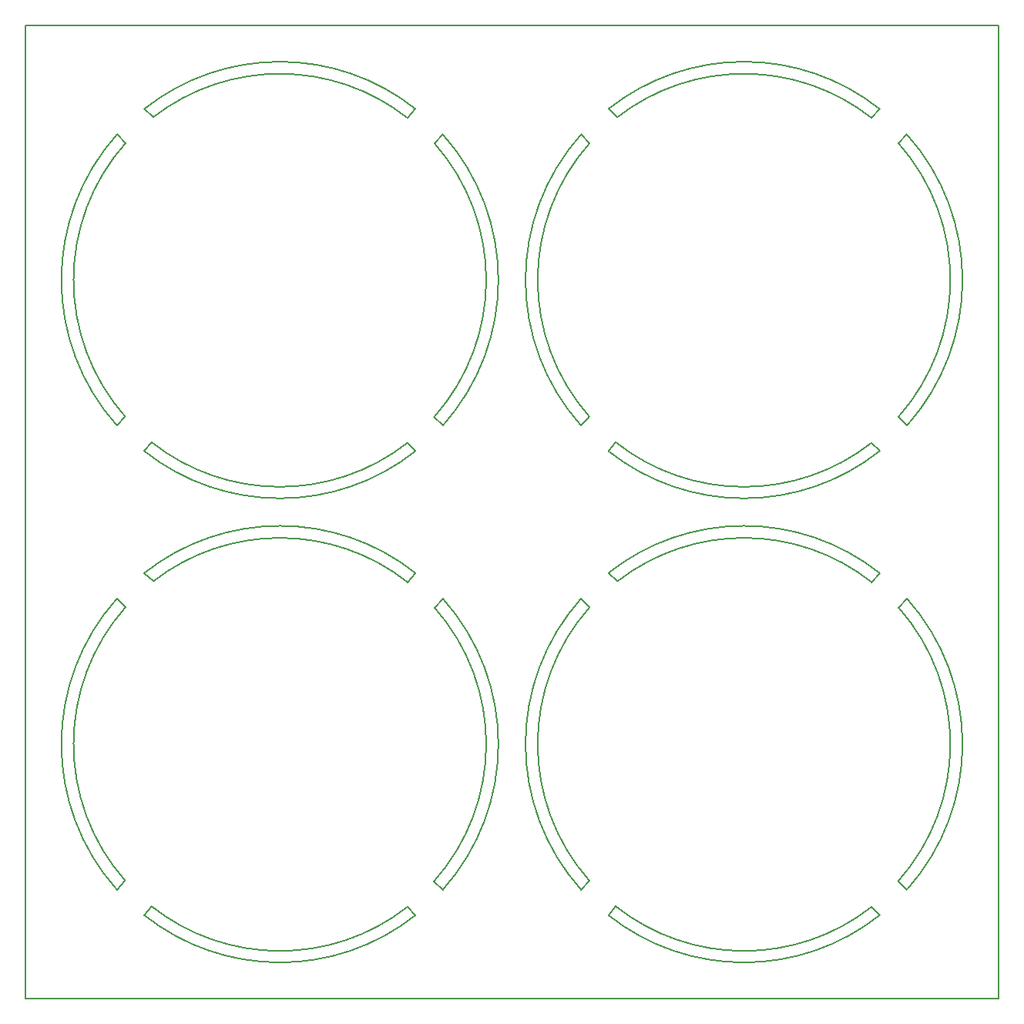
<source format=gm1>
G04 #@! TF.FileFunction,Profile,NP*
%FSLAX46Y46*%
G04 Gerber Fmt 4.6, Leading zero omitted, Abs format (unit mm)*
G04 Created by KiCad (PCBNEW 4.0.6+dfsg1-1) date Mon Jul  2 21:37:23 2018*
%MOMM*%
%LPD*%
G01*
G04 APERTURE LIST*
%ADD10C,0.100000*%
%ADD11C,0.150000*%
G04 APERTURE END LIST*
D10*
D11*
X140010643Y-103186469D02*
G75*
G03X112100000Y-103100000I-14010643J-17813531D01*
G01*
X140900000Y-102200000D02*
G75*
G03X111100000Y-102200000I-14900000J-18800000D01*
G01*
X111100000Y-102200000D02*
X112100000Y-103100000D01*
X140900000Y-102200000D02*
X140000000Y-103200000D01*
X142944941Y-136062170D02*
G75*
G03X143000000Y-106000000I-16944941J15062170D01*
G01*
X142940000Y-136070000D02*
X143900000Y-137000000D01*
X140000000Y-138900000D02*
X140900000Y-139800000D01*
X143900000Y-137000000D02*
G75*
G03X143900000Y-105000000I-17900000J16000000D01*
G01*
X143900000Y-105000000D02*
X143000000Y-106000000D01*
X111100000Y-139800000D02*
G75*
G03X140900000Y-139800000I14900000J18800000D01*
G01*
X89000000Y-138900000D02*
X89900000Y-139800000D01*
X91940000Y-136070000D02*
X92900000Y-137000000D01*
X60889613Y-138813113D02*
G75*
G03X89000000Y-138900000I14110387J17813113D01*
G01*
X111889613Y-138813113D02*
G75*
G03X140000000Y-138900000I14110387J17813113D01*
G01*
X111100000Y-139800000D02*
X111900000Y-138800000D01*
X109055059Y-105937830D02*
G75*
G03X109000000Y-136000000I16944941J-15062170D01*
G01*
X108100000Y-137000000D02*
X109000000Y-136000000D01*
X108100000Y-105000000D02*
X109050000Y-105940000D01*
X108100000Y-105000000D02*
G75*
G03X108100000Y-137000000I17900000J-16000000D01*
G01*
X60100000Y-139800000D02*
G75*
G03X89900000Y-139800000I14900000J18800000D01*
G01*
X57100000Y-105000000D02*
X58050000Y-105940000D01*
X89900000Y-102200000D02*
G75*
G03X60100000Y-102200000I-14900000J-18800000D01*
G01*
X89010643Y-103186469D02*
G75*
G03X61100000Y-103100000I-14010643J-17813531D01*
G01*
X60100000Y-102200000D02*
X61100000Y-103100000D01*
X57100000Y-105000000D02*
G75*
G03X57100000Y-137000000I17900000J-16000000D01*
G01*
X60100000Y-139800000D02*
X60900000Y-138800000D01*
X57100000Y-137000000D02*
X58000000Y-136000000D01*
X58055059Y-105937830D02*
G75*
G03X58000000Y-136000000I16944941J-15062170D01*
G01*
X92900000Y-137000000D02*
G75*
G03X92900000Y-105000000I-17900000J16000000D01*
G01*
X92900000Y-105000000D02*
X92000000Y-106000000D01*
X89900000Y-102200000D02*
X89000000Y-103200000D01*
X91944941Y-136062170D02*
G75*
G03X92000000Y-106000000I-16944941J15062170D01*
G01*
X111100000Y-88800000D02*
G75*
G03X140900000Y-88800000I14900000J18800000D01*
G01*
X111889613Y-87813113D02*
G75*
G03X140000000Y-87900000I14110387J17813113D01*
G01*
X111100000Y-51200000D02*
X112100000Y-52100000D01*
X108100000Y-54000000D02*
X109050000Y-54940000D01*
X140010643Y-52186469D02*
G75*
G03X112100000Y-52100000I-14010643J-17813531D01*
G01*
X140900000Y-51200000D02*
G75*
G03X111100000Y-51200000I-14900000J-18800000D01*
G01*
X109055059Y-54937830D02*
G75*
G03X109000000Y-85000000I16944941J-15062170D01*
G01*
X108100000Y-86000000D02*
X109000000Y-85000000D01*
X111100000Y-88800000D02*
X111900000Y-87800000D01*
X108100000Y-54000000D02*
G75*
G03X108100000Y-86000000I17900000J-16000000D01*
G01*
X142944941Y-85062170D02*
G75*
G03X143000000Y-55000000I-16944941J15062170D01*
G01*
X142940000Y-85070000D02*
X143900000Y-86000000D01*
X140900000Y-51200000D02*
X140000000Y-52200000D01*
X143900000Y-86000000D02*
G75*
G03X143900000Y-54000000I-17900000J16000000D01*
G01*
X143900000Y-54000000D02*
X143000000Y-55000000D01*
X140000000Y-87900000D02*
X140900000Y-88800000D01*
X91940000Y-85070000D02*
X92900000Y-86000000D01*
X89000000Y-87900000D02*
X89900000Y-88800000D01*
X60100000Y-88800000D02*
X60900000Y-87800000D01*
X57100000Y-86000000D02*
X58000000Y-85000000D01*
X57100000Y-54000000D02*
X58050000Y-54940000D01*
X60100000Y-51200000D02*
X61100000Y-52100000D01*
X89900000Y-51200000D02*
X89000000Y-52200000D01*
X92900000Y-54000000D02*
X92000000Y-55000000D01*
X91944941Y-85062170D02*
G75*
G03X92000000Y-55000000I-16944941J15062170D01*
G01*
X60889613Y-87813113D02*
G75*
G03X89000000Y-87900000I14110387J17813113D01*
G01*
X58055059Y-54937830D02*
G75*
G03X58000000Y-85000000I16944941J-15062170D01*
G01*
X89010643Y-52186469D02*
G75*
G03X61100000Y-52100000I-14010643J-17813531D01*
G01*
X60100000Y-88800000D02*
G75*
G03X89900000Y-88800000I14900000J18800000D01*
G01*
X57100000Y-54000000D02*
G75*
G03X57100000Y-86000000I17900000J-16000000D01*
G01*
X89900000Y-51200000D02*
G75*
G03X60100000Y-51200000I-14900000J-18800000D01*
G01*
X92900000Y-86000000D02*
G75*
G03X92900000Y-54000000I-17900000J16000000D01*
G01*
X47000000Y-149000000D02*
X47000000Y-42000000D01*
X154000000Y-149000000D02*
X47000000Y-149000000D01*
X154000000Y-42000000D02*
X154000000Y-149000000D01*
X47000000Y-42000000D02*
X154000000Y-42000000D01*
M02*

</source>
